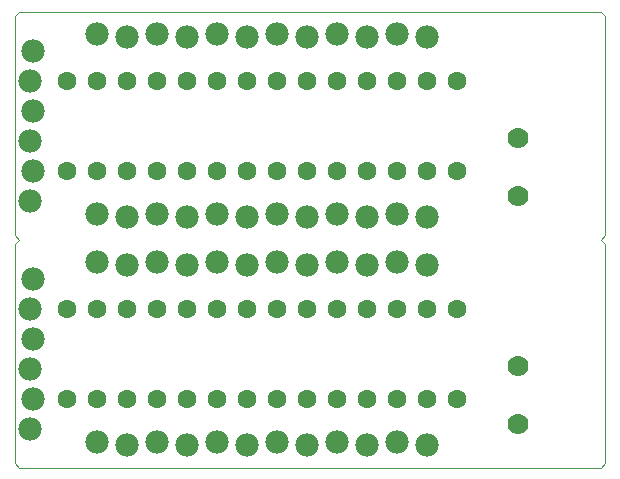
<source format=gbs>
G75*
G70*
%OFA0B0*%
%FSLAX24Y24*%
%IPPOS*%
%LPD*%
%AMOC8*
5,1,8,0,0,1.08239X$1,22.5*
%
%ADD10C,0.0000*%
%ADD11C,0.0631*%
%ADD12C,0.0700*%
%ADD13C,0.0780*%
D10*
X002416Y003180D02*
X002416Y003180D01*
X002259Y003337D01*
X002259Y003338D02*
X002259Y010621D01*
X002416Y010778D01*
X002259Y010936D01*
X002259Y010937D02*
X002259Y018219D01*
X002416Y018377D01*
X021786Y018377D01*
X021944Y018219D01*
X021944Y010936D01*
X021786Y010778D01*
X021944Y010621D01*
X021944Y003337D01*
X021944Y003337D01*
X021786Y003180D01*
X021785Y003180D02*
X002416Y003180D01*
X002416Y010778D02*
X002416Y010778D01*
X021944Y010935D02*
X021944Y010936D01*
D11*
X016986Y013078D03*
X015986Y013078D03*
X014986Y013078D03*
X013986Y013078D03*
X012986Y013078D03*
X011986Y013078D03*
X010986Y013078D03*
X009986Y013078D03*
X008986Y013078D03*
X007986Y013078D03*
X006986Y013078D03*
X005986Y013078D03*
X004986Y013078D03*
X003986Y013078D03*
X003986Y016078D03*
X004986Y016078D03*
X005986Y016078D03*
X006986Y016078D03*
X007986Y016078D03*
X008986Y016078D03*
X009986Y016078D03*
X010986Y016078D03*
X011986Y016078D03*
X012986Y016078D03*
X013986Y016078D03*
X014986Y016078D03*
X015986Y016078D03*
X016986Y016078D03*
X016986Y008480D03*
X015986Y008480D03*
X014986Y008480D03*
X013986Y008480D03*
X012986Y008480D03*
X011986Y008480D03*
X010986Y008480D03*
X009986Y008480D03*
X008986Y008480D03*
X007986Y008480D03*
X006986Y008480D03*
X005986Y008480D03*
X004986Y008480D03*
X003986Y008480D03*
X003986Y005480D03*
X004986Y005480D03*
X005986Y005480D03*
X006986Y005480D03*
X007986Y005480D03*
X008986Y005480D03*
X009986Y005480D03*
X010986Y005480D03*
X011986Y005480D03*
X012986Y005480D03*
X013986Y005480D03*
X014986Y005480D03*
X015986Y005480D03*
X016986Y005480D03*
D12*
X019044Y004641D03*
X019044Y006562D03*
X019044Y012239D03*
X019044Y014160D03*
D13*
X015986Y011528D03*
X014986Y011628D03*
X013986Y011528D03*
X012986Y011628D03*
X011986Y011528D03*
X010986Y011628D03*
X009986Y011528D03*
X008986Y011628D03*
X007986Y011528D03*
X006986Y011628D03*
X005986Y011528D03*
X004986Y011628D03*
X004986Y010030D03*
X005986Y009930D03*
X006986Y010030D03*
X007986Y009930D03*
X008986Y010030D03*
X009986Y009930D03*
X010986Y010030D03*
X011986Y009930D03*
X012986Y010030D03*
X013986Y009930D03*
X014986Y010030D03*
X015986Y009930D03*
X014986Y004030D03*
X013986Y003930D03*
X012986Y004030D03*
X011986Y003930D03*
X010986Y004030D03*
X009986Y003930D03*
X008986Y004030D03*
X007986Y003930D03*
X006986Y004030D03*
X005986Y003930D03*
X004986Y004030D03*
X002773Y004480D03*
X002873Y005480D03*
X002773Y006480D03*
X002873Y007480D03*
X002773Y008480D03*
X002873Y009480D03*
X002773Y012078D03*
X002873Y013078D03*
X002773Y014078D03*
X002873Y015078D03*
X002773Y016078D03*
X002873Y017078D03*
X004986Y017628D03*
X005986Y017528D03*
X006986Y017628D03*
X007986Y017528D03*
X008986Y017628D03*
X009986Y017528D03*
X010986Y017628D03*
X011986Y017528D03*
X012986Y017628D03*
X013986Y017528D03*
X014986Y017628D03*
X015986Y017528D03*
X015986Y003930D03*
M02*

</source>
